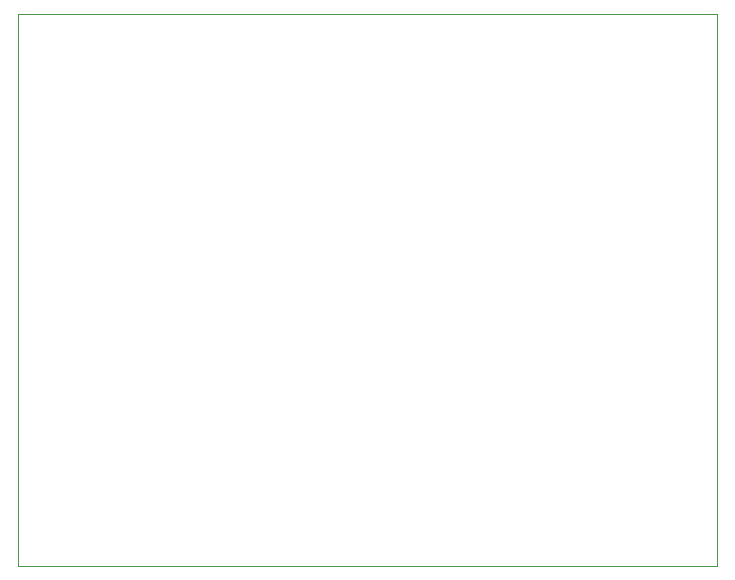
<source format=gbr>
%TF.GenerationSoftware,KiCad,Pcbnew,7.0.2*%
%TF.CreationDate,2024-04-19T19:58:46-03:00*%
%TF.ProjectId,HM_MAIN_ESP32_DEV-01,484d5f4d-4149-44e5-9f45-535033325f44,rev?*%
%TF.SameCoordinates,Original*%
%TF.FileFunction,Profile,NP*%
%FSLAX46Y46*%
G04 Gerber Fmt 4.6, Leading zero omitted, Abs format (unit mm)*
G04 Created by KiCad (PCBNEW 7.0.2) date 2024-04-19 19:58:46*
%MOMM*%
%LPD*%
G01*
G04 APERTURE LIST*
%TA.AperFunction,Profile*%
%ADD10C,0.100000*%
%TD*%
G04 APERTURE END LIST*
D10*
X68340000Y-40790000D02*
X127490000Y-40790000D01*
X127490000Y-87510000D01*
X68340000Y-87510000D01*
X68340000Y-40790000D01*
M02*

</source>
